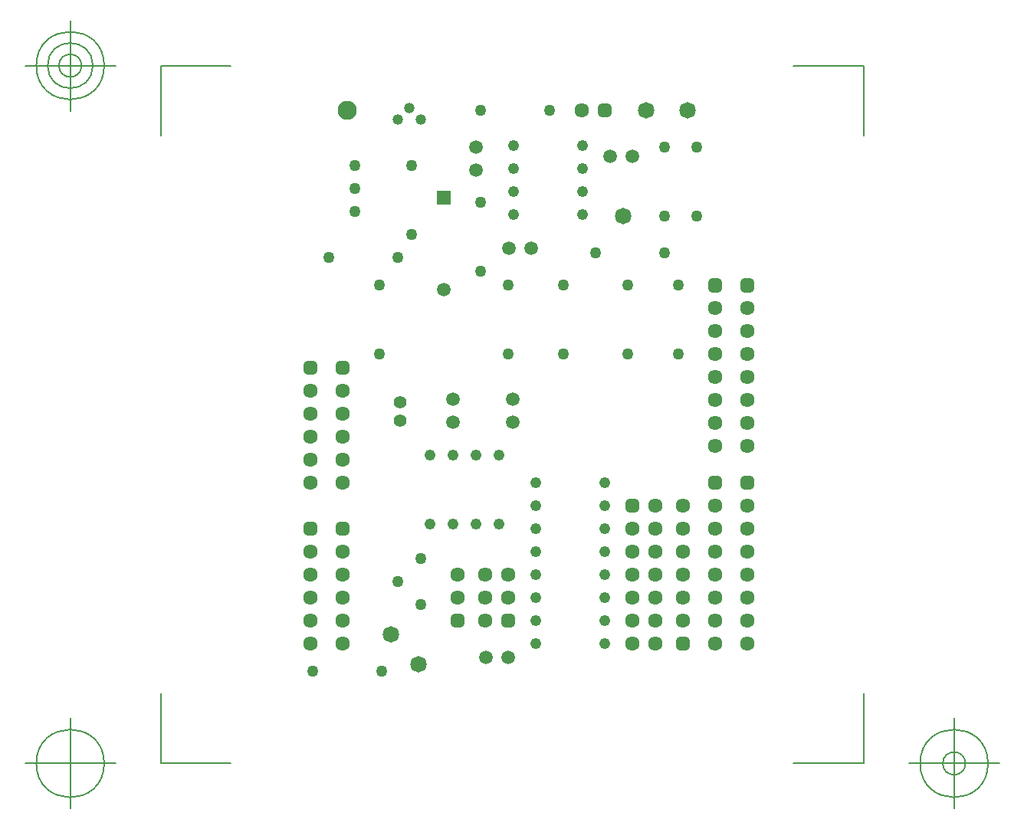
<source format=gbr>
G04 Generated by Ultiboard 11.0 *
%FSLAX25Y25*%
%MOIN*%

%ADD10C,0.00500*%
%ADD11C,0.05000*%
%ADD12C,0.06334*%
%ADD13R,0.02083X0.02083*%
%ADD14C,0.03917*%
%ADD15C,0.07166*%
%ADD16C,0.04666*%
%ADD17C,0.08334*%
%ADD18C,0.04900*%
%ADD19C,0.05906*%
%ADD20C,0.05512*%
%ADD21R,0.05906X0.05906*%


G04 ColorRGB 9900CC for the following layer *
%LNSolder Mask Bottom*%
%LPD*%
%FSLAX25Y25*%
%MOIN*%
G54D10*
X-55184Y-32103D02*
X-55184Y-1743D01*
X-55184Y-32103D02*
X-24620Y-32103D01*
X250456Y-32103D02*
X219892Y-32103D01*
X250456Y-32103D02*
X250456Y-1743D01*
X250456Y271500D02*
X250456Y241140D01*
X250456Y271500D02*
X219892Y271500D01*
X-55184Y271500D02*
X-24620Y271500D01*
X-55184Y271500D02*
X-55184Y241140D01*
X-74869Y-32103D02*
X-114239Y-32103D01*
X-94554Y-51788D02*
X-94554Y-12418D01*
X-109318Y-32103D02*
G75*
D01*
G02X-109318Y-32103I14764J0*
G01*
X270141Y-32103D02*
X309511Y-32103D01*
X289826Y-51788D02*
X289826Y-12418D01*
X275062Y-32103D02*
G75*
D01*
G02X275062Y-32103I14764J0*
G01*
X284904Y-32103D02*
G75*
D01*
G02X284904Y-32103I4921J0*
G01*
X-74869Y271500D02*
X-114239Y271500D01*
X-94554Y251815D02*
X-94554Y291185D01*
X-109318Y271500D02*
G75*
D01*
G02X-109318Y271500I14764J0*
G01*
X-104396Y271500D02*
G75*
D01*
G02X-104396Y271500I9843J0*
G01*
X-99475Y271500D02*
G75*
D01*
G02X-99475Y271500I4921J0*
G01*
G54D11*
X84000Y252000D03*
X114000Y252000D03*
X48000Y47000D03*
X58000Y37000D03*
X58000Y57000D03*
X11000Y8000D03*
X41000Y8000D03*
X48000Y188000D03*
X18000Y188000D03*
X40000Y146000D03*
X40000Y176000D03*
X29400Y218000D03*
X29400Y208000D03*
X29400Y228000D03*
X54000Y198000D03*
X54000Y228000D03*
X84000Y182000D03*
X84000Y212000D03*
X96000Y146000D03*
X96000Y176000D03*
X120000Y146000D03*
X120000Y176000D03*
X134000Y190000D03*
X164000Y190000D03*
X148000Y146000D03*
X148000Y176000D03*
X170000Y146000D03*
X170000Y176000D03*
X164000Y206000D03*
X164000Y236000D03*
X178000Y206000D03*
X178000Y236000D03*
G54D12*
X128000Y252000D03*
X24000Y130000D03*
X24000Y90000D03*
X24000Y110000D03*
X24000Y100000D03*
X24000Y120000D03*
X10000Y130000D03*
X10000Y90000D03*
X10000Y110000D03*
X10000Y100000D03*
X10000Y120000D03*
X10000Y60000D03*
X10000Y30000D03*
X10000Y20000D03*
X10000Y50000D03*
X10000Y40000D03*
X24000Y60000D03*
X24000Y30000D03*
X24000Y20000D03*
X24000Y50000D03*
X24000Y40000D03*
X96000Y50000D03*
X96000Y40000D03*
X86000Y30000D03*
X86000Y50000D03*
X86000Y40000D03*
X74000Y50000D03*
X74000Y40000D03*
X186006Y125909D03*
X186006Y115909D03*
X186006Y105909D03*
X186006Y135909D03*
X186006Y155909D03*
X186006Y145909D03*
X186006Y165909D03*
X200006Y125909D03*
X200006Y105909D03*
X200006Y115909D03*
X200006Y155909D03*
X200006Y135909D03*
X200006Y145909D03*
X200006Y165909D03*
X186006Y70000D03*
X186006Y20000D03*
X186006Y30000D03*
X186006Y50000D03*
X186006Y40000D03*
X186006Y60000D03*
X186006Y80000D03*
X172000Y60000D03*
X172000Y30000D03*
X172000Y50000D03*
X172000Y40000D03*
X172000Y80000D03*
X172000Y70000D03*
X160000Y60000D03*
X150000Y60000D03*
X160000Y30000D03*
X160000Y20000D03*
X160000Y50000D03*
X160000Y40000D03*
X150000Y30000D03*
X150000Y20000D03*
X150000Y50000D03*
X150000Y40000D03*
X160000Y80000D03*
X160000Y70000D03*
X150000Y70000D03*
X200000Y60000D03*
X200000Y30000D03*
X200000Y20000D03*
X200000Y50000D03*
X200000Y40000D03*
X200000Y80000D03*
X200000Y70000D03*
G54D13*
X138000Y252000D03*
X24000Y140000D03*
X10000Y140000D03*
X10000Y70000D03*
X24000Y70000D03*
X96000Y30000D03*
X74000Y30000D03*
X186006Y175909D03*
X200006Y175909D03*
X186006Y90000D03*
X172000Y20000D03*
X150000Y80000D03*
X200000Y90000D03*
G54D14*
X136959Y250959D02*
X139041Y250959D01*
X139041Y253041D01*
X136959Y253041D01*
X136959Y250959D01*D02*
X22959Y138959D02*
X25041Y138959D01*
X25041Y141041D01*
X22959Y141041D01*
X22959Y138959D01*D02*
X8959Y138959D02*
X11041Y138959D01*
X11041Y141041D01*
X8959Y141041D01*
X8959Y138959D01*D02*
X8959Y68959D02*
X11041Y68959D01*
X11041Y71041D01*
X8959Y71041D01*
X8959Y68959D01*D02*
X22959Y68959D02*
X25041Y68959D01*
X25041Y71041D01*
X22959Y71041D01*
X22959Y68959D01*D02*
X94959Y28959D02*
X97041Y28959D01*
X97041Y31041D01*
X94959Y31041D01*
X94959Y28959D01*D02*
X72959Y28959D02*
X75041Y28959D01*
X75041Y31041D01*
X72959Y31041D01*
X72959Y28959D01*D02*
X184965Y174868D02*
X187047Y174868D01*
X187047Y176950D01*
X184965Y176950D01*
X184965Y174868D01*D02*
X198965Y174868D02*
X201047Y174868D01*
X201047Y176950D01*
X198965Y176950D01*
X198965Y174868D01*D02*
X184965Y88959D02*
X187047Y88959D01*
X187047Y91041D01*
X184965Y91041D01*
X184965Y88959D01*D02*
X170959Y18959D02*
X173041Y18959D01*
X173041Y21041D01*
X170959Y21041D01*
X170959Y18959D01*D02*
X148959Y78959D02*
X151041Y78959D01*
X151041Y81041D01*
X148959Y81041D01*
X148959Y78959D01*D02*
X198959Y88959D02*
X201041Y88959D01*
X201041Y91041D01*
X198959Y91041D01*
X198959Y88959D01*D02*
G54D15*
X156000Y252000D03*
X174000Y252000D03*
X57000Y11000D03*
X45000Y24000D03*
X146000Y206000D03*
G54D16*
X53000Y253000D03*
X48000Y248000D03*
X58000Y248000D03*
G54D17*
X26000Y252000D03*
G54D18*
X128333Y206766D03*
X128333Y216766D03*
X128333Y236766D03*
X128333Y226766D03*
X98333Y206766D03*
X98333Y216766D03*
X98333Y236766D03*
X98333Y226766D03*
X108000Y60000D03*
X108000Y30000D03*
X108000Y20000D03*
X108000Y50000D03*
X108000Y40000D03*
X108000Y80000D03*
X108000Y70000D03*
X108000Y90000D03*
X138000Y60000D03*
X138000Y30000D03*
X138000Y20000D03*
X138000Y50000D03*
X138000Y40000D03*
X138000Y80000D03*
X138000Y70000D03*
X138000Y90000D03*
X62000Y72000D03*
X62000Y102000D03*
X92000Y72000D03*
X92000Y102000D03*
X82000Y72000D03*
X72000Y72000D03*
X82000Y102000D03*
X72000Y102000D03*
G54D19*
X72000Y126285D03*
X72000Y116443D03*
X98000Y126285D03*
X98000Y116443D03*
X96000Y14000D03*
X86157Y14000D03*
X68000Y174000D03*
X96157Y192000D03*
X106000Y192000D03*
X82000Y236000D03*
X82000Y226157D03*
X140157Y232000D03*
X150000Y232000D03*
G54D20*
X49000Y125000D03*
X49000Y117126D03*
G54D21*
X68000Y214000D03*

M00*

</source>
